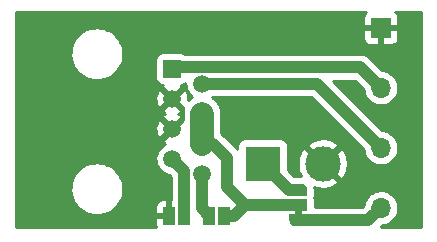
<source format=gbr>
G04 #@! TF.GenerationSoftware,KiCad,Pcbnew,5.99.0-unknown-48ae188~86~ubuntu18.04.1*
G04 #@! TF.CreationDate,2020-01-28T17:25:18+02:00*
G04 #@! TF.ProjectId,adapter,61646170-7465-4722-9e6b-696361645f70,rev?*
G04 #@! TF.SameCoordinates,Original*
G04 #@! TF.FileFunction,Copper,L2,Bot*
G04 #@! TF.FilePolarity,Positive*
%FSLAX46Y46*%
G04 Gerber Fmt 4.6, Leading zero omitted, Abs format (unit mm)*
G04 Created by KiCad (PCBNEW 5.99.0-unknown-48ae188~86~ubuntu18.04.1) date 2020-01-28 17:25:18*
%MOMM*%
%LPD*%
G04 APERTURE LIST*
%ADD10R,1.700000X1.700000*%
%ADD11O,1.700000X1.700000*%
%ADD12R,1.500000X1.000000*%
%ADD13R,1.000000X1.500000*%
%ADD14R,3.000000X3.000000*%
%ADD15C,3.000000*%
%ADD16C,1.500000*%
%ADD17R,1.500000X1.500000*%
%ADD18C,2.000000*%
%ADD19C,1.000000*%
%ADD20C,0.254000*%
G04 APERTURE END LIST*
G36*
X74800000Y-57900000D02*
G01*
X74200000Y-57900000D01*
X74200000Y-57400000D01*
X74800000Y-57400000D01*
X74800000Y-57900000D01*
G37*
D10*
X81500000Y-42000000D03*
D11*
X81500000Y-47080000D03*
X81500000Y-52160000D03*
X81500000Y-57240000D03*
G04 #@! TA.AperFunction,SMDPad,CuDef*
G36*
X73750000Y-58262576D02*
G01*
X73750000Y-57750000D01*
X75250000Y-57750000D01*
X75250000Y-58268665D01*
X75255056Y-58309257D01*
X75232158Y-58450637D01*
X75170499Y-58579908D01*
X75075036Y-58686677D01*
X74953444Y-58762361D01*
X74815496Y-58800877D01*
X74743726Y-58800000D01*
X74318638Y-58800000D01*
X74315497Y-58800877D01*
X74172285Y-58799127D01*
X74035320Y-58757253D01*
X73915614Y-58678619D01*
X73822788Y-58569550D01*
X73764306Y-58438811D01*
X73744868Y-58296914D01*
X73750000Y-58262576D01*
G37*
G04 #@! TD.AperFunction*
D12*
X74500000Y-57000000D03*
G04 #@! TA.AperFunction,SMDPad,CuDef*
G36*
X73766038Y-55555265D02*
G01*
X73826113Y-55425250D01*
X73920264Y-55317323D01*
X74040923Y-55240159D01*
X74178390Y-55199961D01*
X74250001Y-55200836D01*
X74250001Y-55200000D01*
X74678256Y-55200000D01*
X74678389Y-55199961D01*
X74681581Y-55200000D01*
X74750000Y-55200000D01*
X74750000Y-55200836D01*
X74833807Y-55201860D01*
X74970250Y-55245404D01*
X75088987Y-55325494D01*
X75180473Y-55435690D01*
X75237354Y-55567133D01*
X75255056Y-55709257D01*
X75250000Y-55740474D01*
X75250000Y-56250000D01*
X73750000Y-56250000D01*
X73750000Y-55734377D01*
X73744868Y-55696914D01*
X73766038Y-55555265D01*
G37*
G04 #@! TD.AperFunction*
D13*
X64850000Y-57900000D03*
X63550000Y-57900000D03*
X66950000Y-57900000D03*
X68250000Y-57900000D03*
D14*
X71500000Y-53500000D03*
D15*
X76580000Y-53500000D03*
D16*
X66345000Y-54360000D03*
X63805000Y-53090000D03*
X66345000Y-51820000D03*
X63805000Y-50550000D03*
X66345000Y-49280000D03*
X63805000Y-48010000D03*
X66345000Y-46740000D03*
D17*
X63805000Y-45470000D03*
D18*
X66345000Y-49280000D02*
X66345000Y-51820000D01*
D19*
X73700000Y-55700000D02*
X71500000Y-53500000D01*
X74500000Y-55700000D02*
X73700000Y-55700000D01*
X74500000Y-57000000D02*
X70000000Y-57000000D01*
X70000000Y-57000000D02*
X68500000Y-55500000D01*
X68500000Y-55500000D02*
X68500000Y-53000000D01*
X67320000Y-51820000D02*
X66345000Y-51820000D01*
X68500000Y-53000000D02*
X67320000Y-51820000D01*
X76080000Y-46740000D02*
X66345000Y-46740000D01*
X81500000Y-52160000D02*
X76080000Y-46740000D01*
X63935001Y-45339999D02*
X63805000Y-45470000D01*
X79759999Y-45339999D02*
X63935001Y-45339999D01*
X81500000Y-47080000D02*
X79759999Y-45339999D01*
X80440000Y-58300000D02*
X81500000Y-57240000D01*
X74500000Y-58300000D02*
X80440000Y-58300000D01*
X64850000Y-54135000D02*
X64850000Y-57900000D01*
X63805000Y-53090000D02*
X64850000Y-54135000D01*
X66345000Y-57295000D02*
X66950000Y-57900000D01*
X66345000Y-54360000D02*
X66345000Y-57295000D01*
X69100000Y-57900000D02*
X70000000Y-57000000D01*
X68250000Y-57900000D02*
X69100000Y-57900000D01*
G36*
X80165410Y-40728990D02*
G01*
X80151239Y-40745879D01*
X80050641Y-40920120D01*
X80043100Y-40940837D01*
X80009122Y-41133538D01*
X80008163Y-41144499D01*
X80008163Y-41798191D01*
X80081972Y-41872000D01*
X82918028Y-41872000D01*
X82991837Y-41798191D01*
X82991837Y-41141742D01*
X82989681Y-41125366D01*
X82914863Y-40846142D01*
X82902120Y-40821662D01*
X82771010Y-40665410D01*
X82754121Y-40651239D01*
X82724262Y-40634000D01*
X84866000Y-40634000D01*
X84866001Y-58866000D01*
X81480545Y-58866000D01*
X81625441Y-58721104D01*
X81661956Y-58720084D01*
X81672561Y-58718885D01*
X81909019Y-58671636D01*
X81919270Y-58668667D01*
X82144387Y-58582253D01*
X82153991Y-58577600D01*
X82361330Y-58454491D01*
X82370012Y-58448286D01*
X82553645Y-58292004D01*
X82561158Y-58284424D01*
X82715833Y-58099435D01*
X82721962Y-58090698D01*
X82843256Y-57882294D01*
X82847825Y-57872650D01*
X82932272Y-57646787D01*
X82935151Y-57636511D01*
X82980392Y-57399351D01*
X82981507Y-57388128D01*
X82984077Y-57120341D01*
X82983178Y-57109099D01*
X82942499Y-56871114D01*
X82939817Y-56860784D01*
X82859723Y-56633343D01*
X82855339Y-56623612D01*
X82738067Y-56412916D01*
X82732107Y-56404064D01*
X82581013Y-56216140D01*
X82573647Y-56208417D01*
X82393049Y-56048638D01*
X82384486Y-56042267D01*
X82179549Y-55915202D01*
X82170036Y-55910365D01*
X81946619Y-55819645D01*
X81936427Y-55816480D01*
X81700919Y-55764700D01*
X81690340Y-55763298D01*
X81449475Y-55751939D01*
X81438809Y-55752339D01*
X81199474Y-55781727D01*
X81189030Y-55783918D01*
X80958068Y-55853210D01*
X80948142Y-55857130D01*
X80732155Y-55964346D01*
X80723032Y-55969882D01*
X80528199Y-56111957D01*
X80520138Y-56118952D01*
X80352029Y-56291822D01*
X80345263Y-56300074D01*
X80208683Y-56498798D01*
X80203403Y-56508073D01*
X80102260Y-56726968D01*
X80098618Y-56737000D01*
X80035802Y-56969807D01*
X80033903Y-56980309D01*
X80021455Y-57112000D01*
X79969455Y-57164000D01*
X75891837Y-57164000D01*
X75891837Y-56491741D01*
X75889681Y-56475365D01*
X75869140Y-56398704D01*
X75888582Y-56263477D01*
X75889224Y-56254500D01*
X75889224Y-55708139D01*
X75890406Y-55643653D01*
X75889933Y-55634700D01*
X75875256Y-55516858D01*
X75914858Y-55532858D01*
X75923228Y-55535578D01*
X76204250Y-55605644D01*
X76212916Y-55607172D01*
X76500956Y-55637447D01*
X76509751Y-55637754D01*
X76799201Y-55627646D01*
X76807953Y-55626726D01*
X77093178Y-55576433D01*
X77101716Y-55574304D01*
X77377168Y-55484804D01*
X77385327Y-55481508D01*
X77645641Y-55354544D01*
X77653262Y-55350144D01*
X77931653Y-55162367D01*
X77943045Y-55044064D01*
X76346790Y-53447809D01*
X76813210Y-53447809D01*
X76813210Y-53552191D01*
X78119294Y-54858275D01*
X78230071Y-54853438D01*
X78307823Y-54760775D01*
X78312996Y-54753656D01*
X78466474Y-54508039D01*
X78470605Y-54500269D01*
X78588406Y-54235682D01*
X78591416Y-54227413D01*
X78671248Y-53949007D01*
X78673077Y-53940399D01*
X78713386Y-53653592D01*
X78714000Y-53644813D01*
X78714000Y-53355187D01*
X78713386Y-53346408D01*
X78673077Y-53059601D01*
X78671248Y-53050993D01*
X78591416Y-52772587D01*
X78588406Y-52764318D01*
X78470605Y-52499731D01*
X78466474Y-52491961D01*
X78312996Y-52246344D01*
X78307823Y-52239225D01*
X78230071Y-52146562D01*
X78119294Y-52141725D01*
X76813210Y-53447809D01*
X76346790Y-53447809D01*
X75039295Y-52140314D01*
X74923480Y-52149429D01*
X74768439Y-52362822D01*
X74763775Y-52370286D01*
X74627805Y-52626011D01*
X74624226Y-52634050D01*
X74525167Y-52906209D01*
X74522741Y-52914668D01*
X74462525Y-53197965D01*
X74461300Y-53206680D01*
X74441097Y-53495600D01*
X74441097Y-53504400D01*
X74461300Y-53793320D01*
X74462525Y-53802035D01*
X74522741Y-54085332D01*
X74525167Y-54093791D01*
X74624226Y-54365950D01*
X74627805Y-54373989D01*
X74727120Y-54560776D01*
X74685536Y-54560776D01*
X74681340Y-54560725D01*
X74680555Y-54560776D01*
X74243248Y-54560776D01*
X74237360Y-54561409D01*
X74181526Y-54560727D01*
X74172193Y-54561306D01*
X74168375Y-54561829D01*
X73641837Y-54035291D01*
X73641837Y-51991742D01*
X73639681Y-51975366D01*
X73635799Y-51960876D01*
X75221895Y-51960876D01*
X76527809Y-53266790D01*
X76632191Y-53266790D01*
X77943045Y-51955936D01*
X77931653Y-51837633D01*
X77653262Y-51649856D01*
X77645641Y-51645456D01*
X77385327Y-51518492D01*
X77377168Y-51515196D01*
X77101716Y-51425696D01*
X77093178Y-51423567D01*
X76807953Y-51373274D01*
X76799201Y-51372354D01*
X76509751Y-51362246D01*
X76500956Y-51362553D01*
X76212916Y-51392828D01*
X76204250Y-51394356D01*
X75923228Y-51464422D01*
X75914858Y-51467142D01*
X75646321Y-51575638D01*
X75638411Y-51579496D01*
X75387588Y-51724309D01*
X75380293Y-51729230D01*
X75228825Y-51847570D01*
X75221895Y-51960876D01*
X73635799Y-51960876D01*
X73564863Y-51696142D01*
X73552120Y-51671662D01*
X73421010Y-51515410D01*
X73404121Y-51501239D01*
X73229880Y-51400641D01*
X73209163Y-51393100D01*
X73016462Y-51359122D01*
X73005501Y-51358163D01*
X69991742Y-51358163D01*
X69975366Y-51360319D01*
X69696142Y-51435137D01*
X69671662Y-51447880D01*
X69515410Y-51578990D01*
X69501239Y-51595879D01*
X69400641Y-51770120D01*
X69393100Y-51790837D01*
X69359122Y-51983538D01*
X69358163Y-51994499D01*
X69358163Y-52244379D01*
X69352668Y-52238146D01*
X69279514Y-52172968D01*
X68151147Y-51044602D01*
X68090741Y-50975357D01*
X68079451Y-50965192D01*
X67997564Y-50907641D01*
X67981000Y-50894653D01*
X67981000Y-49202409D01*
X67980699Y-49196257D01*
X67958206Y-48966858D01*
X67955812Y-48954768D01*
X67866660Y-48659483D01*
X67861963Y-48648088D01*
X67717154Y-48375742D01*
X67710334Y-48365476D01*
X67515384Y-48126443D01*
X67506700Y-48117697D01*
X67269033Y-47921083D01*
X67258815Y-47914191D01*
X67188182Y-47876000D01*
X75609455Y-47876000D01*
X80021403Y-52287949D01*
X80029188Y-52391497D01*
X80030885Y-52402034D01*
X80089221Y-52636005D01*
X80092669Y-52646104D01*
X80189591Y-52866900D01*
X80194692Y-52876275D01*
X80327430Y-53077584D01*
X80334038Y-53085965D01*
X80498798Y-53262032D01*
X80506722Y-53269180D01*
X80698792Y-53414968D01*
X80707808Y-53420679D01*
X80921696Y-53532021D01*
X80931545Y-53536131D01*
X81161134Y-53609844D01*
X81171535Y-53612236D01*
X81410262Y-53646212D01*
X81420917Y-53646817D01*
X81661956Y-53640084D01*
X81672561Y-53638885D01*
X81909019Y-53591636D01*
X81919270Y-53588667D01*
X82144387Y-53502253D01*
X82153991Y-53497600D01*
X82361330Y-53374491D01*
X82370012Y-53368286D01*
X82553645Y-53212004D01*
X82561158Y-53204424D01*
X82715833Y-53019435D01*
X82721962Y-53010698D01*
X82843256Y-52802294D01*
X82847825Y-52792650D01*
X82932272Y-52566787D01*
X82935151Y-52556511D01*
X82980392Y-52319351D01*
X82981507Y-52308128D01*
X82984077Y-52040341D01*
X82983178Y-52029099D01*
X82942499Y-51791114D01*
X82939817Y-51780784D01*
X82859723Y-51553343D01*
X82855339Y-51543612D01*
X82738067Y-51332916D01*
X82732107Y-51324064D01*
X82581013Y-51136140D01*
X82573647Y-51128417D01*
X82393049Y-50968638D01*
X82384486Y-50962267D01*
X82179549Y-50835202D01*
X82170036Y-50830365D01*
X81946619Y-50739645D01*
X81936427Y-50736480D01*
X81700919Y-50684700D01*
X81690340Y-50683298D01*
X81626850Y-50680304D01*
X77422544Y-46475999D01*
X79289454Y-46475999D01*
X80021403Y-47207948D01*
X80029188Y-47311497D01*
X80030885Y-47322034D01*
X80089221Y-47556005D01*
X80092669Y-47566104D01*
X80189591Y-47786900D01*
X80194692Y-47796275D01*
X80327430Y-47997584D01*
X80334038Y-48005965D01*
X80498798Y-48182032D01*
X80506722Y-48189180D01*
X80698792Y-48334968D01*
X80707808Y-48340679D01*
X80921696Y-48452021D01*
X80931545Y-48456131D01*
X81161134Y-48529844D01*
X81171535Y-48532236D01*
X81410262Y-48566212D01*
X81420917Y-48566817D01*
X81661956Y-48560084D01*
X81672561Y-48558885D01*
X81909019Y-48511636D01*
X81919270Y-48508667D01*
X82144387Y-48422253D01*
X82153991Y-48417600D01*
X82361330Y-48294491D01*
X82370012Y-48288286D01*
X82553645Y-48132004D01*
X82561158Y-48124424D01*
X82715833Y-47939435D01*
X82721962Y-47930698D01*
X82843256Y-47722294D01*
X82847825Y-47712650D01*
X82932272Y-47486787D01*
X82935151Y-47476511D01*
X82980392Y-47239351D01*
X82981507Y-47228128D01*
X82984077Y-46960341D01*
X82983178Y-46949099D01*
X82942499Y-46711114D01*
X82939817Y-46700784D01*
X82859723Y-46473343D01*
X82855339Y-46463612D01*
X82738067Y-46252916D01*
X82732107Y-46244064D01*
X82581013Y-46056140D01*
X82573647Y-46048417D01*
X82393049Y-45888638D01*
X82384486Y-45882267D01*
X82179549Y-45755202D01*
X82170036Y-45750365D01*
X81946619Y-45659645D01*
X81936427Y-45656480D01*
X81700919Y-45604700D01*
X81690340Y-45603298D01*
X81626849Y-45600304D01*
X80591146Y-44564601D01*
X80530740Y-44495356D01*
X80519450Y-44485191D01*
X80437553Y-44427634D01*
X80358817Y-44365896D01*
X80345821Y-44358026D01*
X80325381Y-44348797D01*
X80307018Y-44335891D01*
X80293629Y-44328711D01*
X80200369Y-44292351D01*
X80109174Y-44251175D01*
X80094677Y-44246632D01*
X80072623Y-44242545D01*
X80051559Y-44234332D01*
X80036513Y-44230511D01*
X79946001Y-44219077D01*
X79839376Y-44199315D01*
X79824214Y-44198361D01*
X79726428Y-44203999D01*
X64929261Y-44203999D01*
X64784880Y-44120641D01*
X64764163Y-44113100D01*
X64571462Y-44079122D01*
X64560501Y-44078163D01*
X63046742Y-44078163D01*
X63030366Y-44080319D01*
X62751142Y-44155137D01*
X62726662Y-44167880D01*
X62570410Y-44298990D01*
X62556239Y-44315879D01*
X62455641Y-44490120D01*
X62448100Y-44510837D01*
X62414122Y-44703538D01*
X62413163Y-44714499D01*
X62413163Y-46228258D01*
X62415319Y-46244634D01*
X62490137Y-46523859D01*
X62502880Y-46548339D01*
X62633990Y-46704590D01*
X62650879Y-46718761D01*
X62825120Y-46819359D01*
X62845837Y-46826900D01*
X63033927Y-46860065D01*
X62994599Y-46885023D01*
X62981321Y-47005301D01*
X63752809Y-47776790D01*
X63857191Y-47776790D01*
X64633211Y-47000770D01*
X64615469Y-46876109D01*
X64583636Y-46858609D01*
X64858859Y-46784863D01*
X64883339Y-46772120D01*
X64956346Y-46710860D01*
X64971050Y-46944567D01*
X64972748Y-46955661D01*
X65028991Y-47184640D01*
X65032626Y-47195257D01*
X65128528Y-47410657D01*
X65133986Y-47420463D01*
X65266517Y-47615477D01*
X65273625Y-47624161D01*
X65438595Y-47792624D01*
X65447129Y-47799912D01*
X65530905Y-47859448D01*
X65450343Y-47901565D01*
X65440029Y-47908314D01*
X65199642Y-48101591D01*
X65190836Y-48110214D01*
X65183328Y-48119162D01*
X65189209Y-47894582D01*
X65188233Y-47881742D01*
X65146332Y-47648870D01*
X65143371Y-47638045D01*
X65061183Y-47417049D01*
X65056351Y-47406919D01*
X64933977Y-47199995D01*
X64811497Y-47184522D01*
X64038210Y-47957809D01*
X64038210Y-48062191D01*
X64779692Y-48803673D01*
X64738819Y-48932521D01*
X64736208Y-48945016D01*
X64709345Y-49200600D01*
X64709000Y-49207190D01*
X64709000Y-49827020D01*
X62982297Y-51553722D01*
X62992085Y-51670286D01*
X63099323Y-51746497D01*
X63109013Y-51752160D01*
X63253515Y-51820157D01*
X63172883Y-51853063D01*
X63162911Y-51858210D01*
X62963831Y-51984549D01*
X62954927Y-51991382D01*
X62781367Y-52150979D01*
X62773814Y-52159280D01*
X62631259Y-52347089D01*
X62625295Y-52356596D01*
X62518251Y-52566682D01*
X62514065Y-52577095D01*
X62445915Y-52802817D01*
X62443639Y-52813807D01*
X62416539Y-53048028D01*
X62416245Y-53059247D01*
X62431050Y-53294567D01*
X62432748Y-53305661D01*
X62488991Y-53534640D01*
X62492626Y-53545257D01*
X62588528Y-53760657D01*
X62593986Y-53770463D01*
X62726517Y-53965477D01*
X62733625Y-53974161D01*
X62898595Y-54142624D01*
X62907129Y-54149912D01*
X63099324Y-54286498D01*
X63109013Y-54292160D01*
X63322358Y-54392552D01*
X63332897Y-54396409D01*
X63560648Y-54457435D01*
X63566998Y-54458543D01*
X63714000Y-54605545D01*
X63714001Y-56545971D01*
X63678000Y-56581972D01*
X63677999Y-57698192D01*
X63678000Y-57698193D01*
X63677999Y-58028000D01*
X62481972Y-58027999D01*
X62408163Y-58101808D01*
X62408163Y-58658258D01*
X62410319Y-58674634D01*
X62461595Y-58866000D01*
X50634000Y-58866000D01*
X50634000Y-55754598D01*
X55219541Y-55754598D01*
X55220035Y-55763164D01*
X55257133Y-56056832D01*
X55258785Y-56065252D01*
X55335397Y-56351168D01*
X55338176Y-56359285D01*
X55452881Y-56632159D01*
X55456736Y-56639824D01*
X55607413Y-56894606D01*
X55612273Y-56901677D01*
X55796134Y-57133652D01*
X55801909Y-57139998D01*
X56015551Y-57344873D01*
X56022133Y-57350377D01*
X56261605Y-57524363D01*
X56268873Y-57528922D01*
X56529740Y-57668798D01*
X56537560Y-57672329D01*
X56814998Y-57775507D01*
X56823224Y-57777944D01*
X57112098Y-57842514D01*
X57120579Y-57843812D01*
X57415543Y-57868581D01*
X57424122Y-57868716D01*
X57719718Y-57853225D01*
X57728236Y-57852194D01*
X58018996Y-57796728D01*
X58027295Y-57794551D01*
X58307836Y-57700138D01*
X58315762Y-57696855D01*
X58580895Y-57565242D01*
X58588303Y-57560914D01*
X58833121Y-57394536D01*
X58839873Y-57389242D01*
X59059846Y-57191178D01*
X59065816Y-57185016D01*
X59100055Y-57144499D01*
X62408163Y-57144499D01*
X62408163Y-57698191D01*
X62481972Y-57772000D01*
X63348191Y-57772001D01*
X63422000Y-57698192D01*
X63422001Y-56581972D01*
X63348192Y-56508163D01*
X63041742Y-56508163D01*
X63025366Y-56510319D01*
X62746142Y-56585137D01*
X62721662Y-56597880D01*
X62565410Y-56728990D01*
X62551239Y-56745879D01*
X62450641Y-56920120D01*
X62443100Y-56940837D01*
X62409122Y-57133538D01*
X62408163Y-57144499D01*
X59100055Y-57144499D01*
X59256873Y-56958930D01*
X59261953Y-56952015D01*
X59420559Y-56702093D01*
X59424653Y-56694553D01*
X59547873Y-56425417D01*
X59550905Y-56417391D01*
X59636459Y-56134022D01*
X59638375Y-56125659D01*
X59684731Y-55832974D01*
X59685505Y-55823766D01*
X59689073Y-55482988D01*
X59688493Y-55473766D01*
X59648276Y-55180176D01*
X59646536Y-55171774D01*
X59566936Y-54886675D01*
X59564072Y-54878588D01*
X59446515Y-54606930D01*
X59442580Y-54599306D01*
X59289243Y-54346116D01*
X59284309Y-54339096D01*
X59098029Y-54109060D01*
X59092188Y-54102775D01*
X58876412Y-53900147D01*
X58869772Y-53894713D01*
X58628493Y-53723244D01*
X58621177Y-53718761D01*
X58358859Y-53581625D01*
X58351003Y-53578176D01*
X58072500Y-53477909D01*
X58064248Y-53475558D01*
X57774715Y-53414016D01*
X57766220Y-53412807D01*
X57471013Y-53391128D01*
X57462433Y-53391083D01*
X57167015Y-53409669D01*
X57158508Y-53410789D01*
X56868346Y-53469297D01*
X56860070Y-53471561D01*
X56580533Y-53568905D01*
X56572641Y-53572272D01*
X56308901Y-53706654D01*
X56301539Y-53711060D01*
X56058476Y-53879992D01*
X56051781Y-53885357D01*
X55833894Y-54085713D01*
X55827988Y-54091937D01*
X55639309Y-54320011D01*
X55634302Y-54326979D01*
X55478323Y-54578549D01*
X55474308Y-54586131D01*
X55353912Y-54856543D01*
X55350964Y-54864601D01*
X55268382Y-55148850D01*
X55266554Y-55157233D01*
X55223313Y-55450059D01*
X55222640Y-55458613D01*
X55219541Y-55754598D01*
X50634000Y-55754598D01*
X50634000Y-50519247D01*
X62416245Y-50519247D01*
X62431050Y-50754567D01*
X62432748Y-50765661D01*
X62488991Y-50994640D01*
X62492626Y-51005257D01*
X62588528Y-51220657D01*
X62593986Y-51230464D01*
X62683131Y-51361635D01*
X62801186Y-51372794D01*
X63571790Y-50602191D01*
X63571790Y-50497809D01*
X62800677Y-49726696D01*
X62686365Y-49734489D01*
X62631259Y-49807089D01*
X62625295Y-49816596D01*
X62518251Y-50026682D01*
X62514065Y-50037095D01*
X62445915Y-50262817D01*
X62443639Y-50273807D01*
X62416539Y-50508028D01*
X62416245Y-50519247D01*
X50634000Y-50519247D01*
X50634000Y-49545301D01*
X62981321Y-49545301D01*
X63752809Y-50316790D01*
X63857191Y-50316790D01*
X64633211Y-49540770D01*
X64615469Y-49416109D01*
X64368478Y-49280323D01*
X64362630Y-49277756D01*
X64513537Y-49204806D01*
X64523167Y-49199043D01*
X64618691Y-49129641D01*
X64627806Y-49013825D01*
X63857191Y-48243210D01*
X63752809Y-48243210D01*
X62982297Y-49013722D01*
X62992085Y-49130286D01*
X63099323Y-49206497D01*
X63109013Y-49212160D01*
X63253515Y-49280157D01*
X63172883Y-49313063D01*
X63162911Y-49318210D01*
X62994599Y-49425023D01*
X62981321Y-49545301D01*
X50634000Y-49545301D01*
X50634000Y-47979247D01*
X62416245Y-47979247D01*
X62431050Y-48214567D01*
X62432748Y-48225661D01*
X62488991Y-48454640D01*
X62492626Y-48465257D01*
X62588528Y-48680657D01*
X62593986Y-48690464D01*
X62683131Y-48821635D01*
X62801186Y-48832794D01*
X63571790Y-48062191D01*
X63571790Y-47957809D01*
X62800677Y-47186696D01*
X62686365Y-47194489D01*
X62631259Y-47267089D01*
X62625295Y-47276596D01*
X62518251Y-47486682D01*
X62514065Y-47497095D01*
X62445915Y-47722817D01*
X62443639Y-47733807D01*
X62416539Y-47968028D01*
X62416245Y-47979247D01*
X50634000Y-47979247D01*
X50634000Y-44324598D01*
X55219541Y-44324598D01*
X55220035Y-44333164D01*
X55257133Y-44626832D01*
X55258785Y-44635252D01*
X55335397Y-44921168D01*
X55338176Y-44929285D01*
X55452881Y-45202159D01*
X55456736Y-45209824D01*
X55607413Y-45464606D01*
X55612273Y-45471677D01*
X55796134Y-45703652D01*
X55801909Y-45709998D01*
X56015551Y-45914873D01*
X56022133Y-45920377D01*
X56261605Y-46094363D01*
X56268873Y-46098922D01*
X56529740Y-46238798D01*
X56537560Y-46242329D01*
X56814998Y-46345507D01*
X56823224Y-46347944D01*
X57112098Y-46412514D01*
X57120579Y-46413812D01*
X57415543Y-46438581D01*
X57424122Y-46438716D01*
X57719718Y-46423225D01*
X57728236Y-46422194D01*
X58018996Y-46366728D01*
X58027295Y-46364551D01*
X58307836Y-46270138D01*
X58315762Y-46266855D01*
X58580895Y-46135242D01*
X58588303Y-46130914D01*
X58833121Y-45964536D01*
X58839873Y-45959242D01*
X59059846Y-45761178D01*
X59065816Y-45755016D01*
X59256873Y-45528930D01*
X59261953Y-45522015D01*
X59420559Y-45272093D01*
X59424653Y-45264553D01*
X59547873Y-44995417D01*
X59550905Y-44987391D01*
X59636459Y-44704022D01*
X59638375Y-44695659D01*
X59684731Y-44402974D01*
X59685505Y-44393766D01*
X59689073Y-44052988D01*
X59688493Y-44043766D01*
X59648276Y-43750176D01*
X59646536Y-43741774D01*
X59566936Y-43456675D01*
X59564072Y-43448588D01*
X59446515Y-43176930D01*
X59442580Y-43169306D01*
X59289243Y-42916116D01*
X59284309Y-42909096D01*
X59098029Y-42679060D01*
X59092188Y-42672775D01*
X58876412Y-42470147D01*
X58869772Y-42464713D01*
X58628493Y-42293244D01*
X58621177Y-42288761D01*
X58454853Y-42201809D01*
X80008163Y-42201809D01*
X80008163Y-42858258D01*
X80010319Y-42874634D01*
X80085137Y-43153859D01*
X80097880Y-43178339D01*
X80228990Y-43334590D01*
X80245879Y-43348761D01*
X80420120Y-43449359D01*
X80440837Y-43456900D01*
X80633538Y-43490878D01*
X80644499Y-43491837D01*
X81298191Y-43491837D01*
X81372000Y-43418028D01*
X81372000Y-42201809D01*
X81628000Y-42201809D01*
X81628000Y-43418028D01*
X81701809Y-43491837D01*
X82358258Y-43491837D01*
X82374634Y-43489681D01*
X82653859Y-43414863D01*
X82678339Y-43402120D01*
X82834590Y-43271010D01*
X82848761Y-43254121D01*
X82949359Y-43079880D01*
X82956900Y-43059163D01*
X82990878Y-42866462D01*
X82991837Y-42855501D01*
X82991837Y-42201809D01*
X82918028Y-42128000D01*
X81701809Y-42128000D01*
X81628000Y-42201809D01*
X81372000Y-42201809D01*
X81298191Y-42128000D01*
X80081972Y-42128000D01*
X80008163Y-42201809D01*
X58454853Y-42201809D01*
X58358859Y-42151625D01*
X58351003Y-42148176D01*
X58072500Y-42047909D01*
X58064248Y-42045558D01*
X57774715Y-41984016D01*
X57766220Y-41982807D01*
X57471013Y-41961128D01*
X57462433Y-41961083D01*
X57167015Y-41979669D01*
X57158508Y-41980789D01*
X56868346Y-42039297D01*
X56860070Y-42041561D01*
X56580533Y-42138905D01*
X56572641Y-42142272D01*
X56308901Y-42276654D01*
X56301539Y-42281060D01*
X56058476Y-42449992D01*
X56051781Y-42455357D01*
X55833894Y-42655713D01*
X55827988Y-42661937D01*
X55639309Y-42890011D01*
X55634302Y-42896979D01*
X55478323Y-43148549D01*
X55474308Y-43156131D01*
X55353912Y-43426543D01*
X55350964Y-43434601D01*
X55268382Y-43718850D01*
X55266554Y-43727233D01*
X55223313Y-44020059D01*
X55222640Y-44028613D01*
X55219541Y-44324598D01*
X50634000Y-44324598D01*
X50634000Y-40634000D01*
X80278616Y-40634000D01*
X80165410Y-40728990D01*
G37*
D20*
X80165410Y-40728990D02*
X80151239Y-40745879D01*
X80050641Y-40920120D01*
X80043100Y-40940837D01*
X80009122Y-41133538D01*
X80008163Y-41144499D01*
X80008163Y-41798191D01*
X80081972Y-41872000D01*
X82918028Y-41872000D01*
X82991837Y-41798191D01*
X82991837Y-41141742D01*
X82989681Y-41125366D01*
X82914863Y-40846142D01*
X82902120Y-40821662D01*
X82771010Y-40665410D01*
X82754121Y-40651239D01*
X82724262Y-40634000D01*
X84866000Y-40634000D01*
X84866001Y-58866000D01*
X81480545Y-58866000D01*
X81625441Y-58721104D01*
X81661956Y-58720084D01*
X81672561Y-58718885D01*
X81909019Y-58671636D01*
X81919270Y-58668667D01*
X82144387Y-58582253D01*
X82153991Y-58577600D01*
X82361330Y-58454491D01*
X82370012Y-58448286D01*
X82553645Y-58292004D01*
X82561158Y-58284424D01*
X82715833Y-58099435D01*
X82721962Y-58090698D01*
X82843256Y-57882294D01*
X82847825Y-57872650D01*
X82932272Y-57646787D01*
X82935151Y-57636511D01*
X82980392Y-57399351D01*
X82981507Y-57388128D01*
X82984077Y-57120341D01*
X82983178Y-57109099D01*
X82942499Y-56871114D01*
X82939817Y-56860784D01*
X82859723Y-56633343D01*
X82855339Y-56623612D01*
X82738067Y-56412916D01*
X82732107Y-56404064D01*
X82581013Y-56216140D01*
X82573647Y-56208417D01*
X82393049Y-56048638D01*
X82384486Y-56042267D01*
X82179549Y-55915202D01*
X82170036Y-55910365D01*
X81946619Y-55819645D01*
X81936427Y-55816480D01*
X81700919Y-55764700D01*
X81690340Y-55763298D01*
X81449475Y-55751939D01*
X81438809Y-55752339D01*
X81199474Y-55781727D01*
X81189030Y-55783918D01*
X80958068Y-55853210D01*
X80948142Y-55857130D01*
X80732155Y-55964346D01*
X80723032Y-55969882D01*
X80528199Y-56111957D01*
X80520138Y-56118952D01*
X80352029Y-56291822D01*
X80345263Y-56300074D01*
X80208683Y-56498798D01*
X80203403Y-56508073D01*
X80102260Y-56726968D01*
X80098618Y-56737000D01*
X80035802Y-56969807D01*
X80033903Y-56980309D01*
X80021455Y-57112000D01*
X79969455Y-57164000D01*
X75891837Y-57164000D01*
X75891837Y-56491741D01*
X75889681Y-56475365D01*
X75869140Y-56398704D01*
X75888582Y-56263477D01*
X75889224Y-56254500D01*
X75889224Y-55708139D01*
X75890406Y-55643653D01*
X75889933Y-55634700D01*
X75875256Y-55516858D01*
X75914858Y-55532858D01*
X75923228Y-55535578D01*
X76204250Y-55605644D01*
X76212916Y-55607172D01*
X76500956Y-55637447D01*
X76509751Y-55637754D01*
X76799201Y-55627646D01*
X76807953Y-55626726D01*
X77093178Y-55576433D01*
X77101716Y-55574304D01*
X77377168Y-55484804D01*
X77385327Y-55481508D01*
X77645641Y-55354544D01*
X77653262Y-55350144D01*
X77931653Y-55162367D01*
X77943045Y-55044064D01*
X76346790Y-53447809D01*
X76813210Y-53447809D01*
X76813210Y-53552191D01*
X78119294Y-54858275D01*
X78230071Y-54853438D01*
X78307823Y-54760775D01*
X78312996Y-54753656D01*
X78466474Y-54508039D01*
X78470605Y-54500269D01*
X78588406Y-54235682D01*
X78591416Y-54227413D01*
X78671248Y-53949007D01*
X78673077Y-53940399D01*
X78713386Y-53653592D01*
X78714000Y-53644813D01*
X78714000Y-53355187D01*
X78713386Y-53346408D01*
X78673077Y-53059601D01*
X78671248Y-53050993D01*
X78591416Y-52772587D01*
X78588406Y-52764318D01*
X78470605Y-52499731D01*
X78466474Y-52491961D01*
X78312996Y-52246344D01*
X78307823Y-52239225D01*
X78230071Y-52146562D01*
X78119294Y-52141725D01*
X76813210Y-53447809D01*
X76346790Y-53447809D01*
X75039295Y-52140314D01*
X74923480Y-52149429D01*
X74768439Y-52362822D01*
X74763775Y-52370286D01*
X74627805Y-52626011D01*
X74624226Y-52634050D01*
X74525167Y-52906209D01*
X74522741Y-52914668D01*
X74462525Y-53197965D01*
X74461300Y-53206680D01*
X74441097Y-53495600D01*
X74441097Y-53504400D01*
X74461300Y-53793320D01*
X74462525Y-53802035D01*
X74522741Y-54085332D01*
X74525167Y-54093791D01*
X74624226Y-54365950D01*
X74627805Y-54373989D01*
X74727120Y-54560776D01*
X74685536Y-54560776D01*
X74681340Y-54560725D01*
X74680555Y-54560776D01*
X74243248Y-54560776D01*
X74237360Y-54561409D01*
X74181526Y-54560727D01*
X74172193Y-54561306D01*
X74168375Y-54561829D01*
X73641837Y-54035291D01*
X73641837Y-51991742D01*
X73639681Y-51975366D01*
X73635799Y-51960876D01*
X75221895Y-51960876D01*
X76527809Y-53266790D01*
X76632191Y-53266790D01*
X77943045Y-51955936D01*
X77931653Y-51837633D01*
X77653262Y-51649856D01*
X77645641Y-51645456D01*
X77385327Y-51518492D01*
X77377168Y-51515196D01*
X77101716Y-51425696D01*
X77093178Y-51423567D01*
X76807953Y-51373274D01*
X76799201Y-51372354D01*
X76509751Y-51362246D01*
X76500956Y-51362553D01*
X76212916Y-51392828D01*
X76204250Y-51394356D01*
X75923228Y-51464422D01*
X75914858Y-51467142D01*
X75646321Y-51575638D01*
X75638411Y-51579496D01*
X75387588Y-51724309D01*
X75380293Y-51729230D01*
X75228825Y-51847570D01*
X75221895Y-51960876D01*
X73635799Y-51960876D01*
X73564863Y-51696142D01*
X73552120Y-51671662D01*
X73421010Y-51515410D01*
X73404121Y-51501239D01*
X73229880Y-51400641D01*
X73209163Y-51393100D01*
X73016462Y-51359122D01*
X73005501Y-51358163D01*
X69991742Y-51358163D01*
X69975366Y-51360319D01*
X69696142Y-51435137D01*
X69671662Y-51447880D01*
X69515410Y-51578990D01*
X69501239Y-51595879D01*
X69400641Y-51770120D01*
X69393100Y-51790837D01*
X69359122Y-51983538D01*
X69358163Y-51994499D01*
X69358163Y-52244379D01*
X69352668Y-52238146D01*
X69279514Y-52172968D01*
X68151147Y-51044602D01*
X68090741Y-50975357D01*
X68079451Y-50965192D01*
X67997564Y-50907641D01*
X67981000Y-50894653D01*
X67981000Y-49202409D01*
X67980699Y-49196257D01*
X67958206Y-48966858D01*
X67955812Y-48954768D01*
X67866660Y-48659483D01*
X67861963Y-48648088D01*
X67717154Y-48375742D01*
X67710334Y-48365476D01*
X67515384Y-48126443D01*
X67506700Y-48117697D01*
X67269033Y-47921083D01*
X67258815Y-47914191D01*
X67188182Y-47876000D01*
X75609455Y-47876000D01*
X80021403Y-52287949D01*
X80029188Y-52391497D01*
X80030885Y-52402034D01*
X80089221Y-52636005D01*
X80092669Y-52646104D01*
X80189591Y-52866900D01*
X80194692Y-52876275D01*
X80327430Y-53077584D01*
X80334038Y-53085965D01*
X80498798Y-53262032D01*
X80506722Y-53269180D01*
X80698792Y-53414968D01*
X80707808Y-53420679D01*
X80921696Y-53532021D01*
X80931545Y-53536131D01*
X81161134Y-53609844D01*
X81171535Y-53612236D01*
X81410262Y-53646212D01*
X81420917Y-53646817D01*
X81661956Y-53640084D01*
X81672561Y-53638885D01*
X81909019Y-53591636D01*
X81919270Y-53588667D01*
X82144387Y-53502253D01*
X82153991Y-53497600D01*
X82361330Y-53374491D01*
X82370012Y-53368286D01*
X82553645Y-53212004D01*
X82561158Y-53204424D01*
X82715833Y-53019435D01*
X82721962Y-53010698D01*
X82843256Y-52802294D01*
X82847825Y-52792650D01*
X82932272Y-52566787D01*
X82935151Y-52556511D01*
X82980392Y-52319351D01*
X82981507Y-52308128D01*
X82984077Y-52040341D01*
X82983178Y-52029099D01*
X82942499Y-51791114D01*
X82939817Y-51780784D01*
X82859723Y-51553343D01*
X82855339Y-51543612D01*
X82738067Y-51332916D01*
X82732107Y-51324064D01*
X82581013Y-51136140D01*
X82573647Y-51128417D01*
X82393049Y-50968638D01*
X82384486Y-50962267D01*
X82179549Y-50835202D01*
X82170036Y-50830365D01*
X81946619Y-50739645D01*
X81936427Y-50736480D01*
X81700919Y-50684700D01*
X81690340Y-50683298D01*
X81626850Y-50680304D01*
X77422544Y-46475999D01*
X79289454Y-46475999D01*
X80021403Y-47207948D01*
X80029188Y-47311497D01*
X80030885Y-47322034D01*
X80089221Y-47556005D01*
X80092669Y-47566104D01*
X80189591Y-47786900D01*
X80194692Y-47796275D01*
X80327430Y-47997584D01*
X80334038Y-48005965D01*
X80498798Y-48182032D01*
X80506722Y-48189180D01*
X80698792Y-48334968D01*
X80707808Y-48340679D01*
X80921696Y-48452021D01*
X80931545Y-48456131D01*
X81161134Y-48529844D01*
X81171535Y-48532236D01*
X81410262Y-48566212D01*
X81420917Y-48566817D01*
X81661956Y-48560084D01*
X81672561Y-48558885D01*
X81909019Y-48511636D01*
X81919270Y-48508667D01*
X82144387Y-48422253D01*
X82153991Y-48417600D01*
X82361330Y-48294491D01*
X82370012Y-48288286D01*
X82553645Y-48132004D01*
X82561158Y-48124424D01*
X82715833Y-47939435D01*
X82721962Y-47930698D01*
X82843256Y-47722294D01*
X82847825Y-47712650D01*
X82932272Y-47486787D01*
X82935151Y-47476511D01*
X82980392Y-47239351D01*
X82981507Y-47228128D01*
X82984077Y-46960341D01*
X82983178Y-46949099D01*
X82942499Y-46711114D01*
X82939817Y-46700784D01*
X82859723Y-46473343D01*
X82855339Y-46463612D01*
X82738067Y-46252916D01*
X82732107Y-46244064D01*
X82581013Y-46056140D01*
X82573647Y-46048417D01*
X82393049Y-45888638D01*
X82384486Y-45882267D01*
X82179549Y-45755202D01*
X82170036Y-45750365D01*
X81946619Y-45659645D01*
X81936427Y-45656480D01*
X81700919Y-45604700D01*
X81690340Y-45603298D01*
X81626849Y-45600304D01*
X80591146Y-44564601D01*
X80530740Y-44495356D01*
X80519450Y-44485191D01*
X80437553Y-44427634D01*
X80358817Y-44365896D01*
X80345821Y-44358026D01*
X80325381Y-44348797D01*
X80307018Y-44335891D01*
X80293629Y-44328711D01*
X80200369Y-44292351D01*
X80109174Y-44251175D01*
X80094677Y-44246632D01*
X80072623Y-44242545D01*
X80051559Y-44234332D01*
X80036513Y-44230511D01*
X79946001Y-44219077D01*
X79839376Y-44199315D01*
X79824214Y-44198361D01*
X79726428Y-44203999D01*
X64929261Y-44203999D01*
X64784880Y-44120641D01*
X64764163Y-44113100D01*
X64571462Y-44079122D01*
X64560501Y-44078163D01*
X63046742Y-44078163D01*
X63030366Y-44080319D01*
X62751142Y-44155137D01*
X62726662Y-44167880D01*
X62570410Y-44298990D01*
X62556239Y-44315879D01*
X62455641Y-44490120D01*
X62448100Y-44510837D01*
X62414122Y-44703538D01*
X62413163Y-44714499D01*
X62413163Y-46228258D01*
X62415319Y-46244634D01*
X62490137Y-46523859D01*
X62502880Y-46548339D01*
X62633990Y-46704590D01*
X62650879Y-46718761D01*
X62825120Y-46819359D01*
X62845837Y-46826900D01*
X63033927Y-46860065D01*
X62994599Y-46885023D01*
X62981321Y-47005301D01*
X63752809Y-47776790D01*
X63857191Y-47776790D01*
X64633211Y-47000770D01*
X64615469Y-46876109D01*
X64583636Y-46858609D01*
X64858859Y-46784863D01*
X64883339Y-46772120D01*
X64956346Y-46710860D01*
X64971050Y-46944567D01*
X64972748Y-46955661D01*
X65028991Y-47184640D01*
X65032626Y-47195257D01*
X65128528Y-47410657D01*
X65133986Y-47420463D01*
X65266517Y-47615477D01*
X65273625Y-47624161D01*
X65438595Y-47792624D01*
X65447129Y-47799912D01*
X65530905Y-47859448D01*
X65450343Y-47901565D01*
X65440029Y-47908314D01*
X65199642Y-48101591D01*
X65190836Y-48110214D01*
X65183328Y-48119162D01*
X65189209Y-47894582D01*
X65188233Y-47881742D01*
X65146332Y-47648870D01*
X65143371Y-47638045D01*
X65061183Y-47417049D01*
X65056351Y-47406919D01*
X64933977Y-47199995D01*
X64811497Y-47184522D01*
X64038210Y-47957809D01*
X64038210Y-48062191D01*
X64779692Y-48803673D01*
X64738819Y-48932521D01*
X64736208Y-48945016D01*
X64709345Y-49200600D01*
X64709000Y-49207190D01*
X64709000Y-49827020D01*
X62982297Y-51553722D01*
X62992085Y-51670286D01*
X63099323Y-51746497D01*
X63109013Y-51752160D01*
X63253515Y-51820157D01*
X63172883Y-51853063D01*
X63162911Y-51858210D01*
X62963831Y-51984549D01*
X62954927Y-51991382D01*
X62781367Y-52150979D01*
X62773814Y-52159280D01*
X62631259Y-52347089D01*
X62625295Y-52356596D01*
X62518251Y-52566682D01*
X62514065Y-52577095D01*
X62445915Y-52802817D01*
X62443639Y-52813807D01*
X62416539Y-53048028D01*
X62416245Y-53059247D01*
X62431050Y-53294567D01*
X62432748Y-53305661D01*
X62488991Y-53534640D01*
X62492626Y-53545257D01*
X62588528Y-53760657D01*
X62593986Y-53770463D01*
X62726517Y-53965477D01*
X62733625Y-53974161D01*
X62898595Y-54142624D01*
X62907129Y-54149912D01*
X63099324Y-54286498D01*
X63109013Y-54292160D01*
X63322358Y-54392552D01*
X63332897Y-54396409D01*
X63560648Y-54457435D01*
X63566998Y-54458543D01*
X63714000Y-54605545D01*
X63714001Y-56545971D01*
X63678000Y-56581972D01*
X63677999Y-57698192D01*
X63678000Y-57698193D01*
X63677999Y-58028000D01*
X62481972Y-58027999D01*
X62408163Y-58101808D01*
X62408163Y-58658258D01*
X62410319Y-58674634D01*
X62461595Y-58866000D01*
X50634000Y-58866000D01*
X50634000Y-55754598D01*
X55219541Y-55754598D01*
X55220035Y-55763164D01*
X55257133Y-56056832D01*
X55258785Y-56065252D01*
X55335397Y-56351168D01*
X55338176Y-56359285D01*
X55452881Y-56632159D01*
X55456736Y-56639824D01*
X55607413Y-56894606D01*
X55612273Y-56901677D01*
X55796134Y-57133652D01*
X55801909Y-57139998D01*
X56015551Y-57344873D01*
X56022133Y-57350377D01*
X56261605Y-57524363D01*
X56268873Y-57528922D01*
X56529740Y-57668798D01*
X56537560Y-57672329D01*
X56814998Y-57775507D01*
X56823224Y-57777944D01*
X57112098Y-57842514D01*
X57120579Y-57843812D01*
X57415543Y-57868581D01*
X57424122Y-57868716D01*
X57719718Y-57853225D01*
X57728236Y-57852194D01*
X58018996Y-57796728D01*
X58027295Y-57794551D01*
X58307836Y-57700138D01*
X58315762Y-57696855D01*
X58580895Y-57565242D01*
X58588303Y-57560914D01*
X58833121Y-57394536D01*
X58839873Y-57389242D01*
X59059846Y-57191178D01*
X59065816Y-57185016D01*
X59100055Y-57144499D01*
X62408163Y-57144499D01*
X62408163Y-57698191D01*
X62481972Y-57772000D01*
X63348191Y-57772001D01*
X63422000Y-57698192D01*
X63422001Y-56581972D01*
X63348192Y-56508163D01*
X63041742Y-56508163D01*
X63025366Y-56510319D01*
X62746142Y-56585137D01*
X62721662Y-56597880D01*
X62565410Y-56728990D01*
X62551239Y-56745879D01*
X62450641Y-56920120D01*
X62443100Y-56940837D01*
X62409122Y-57133538D01*
X62408163Y-57144499D01*
X59100055Y-57144499D01*
X59256873Y-56958930D01*
X59261953Y-56952015D01*
X59420559Y-56702093D01*
X59424653Y-56694553D01*
X59547873Y-56425417D01*
X59550905Y-56417391D01*
X59636459Y-56134022D01*
X59638375Y-56125659D01*
X59684731Y-55832974D01*
X59685505Y-55823766D01*
X59689073Y-55482988D01*
X59688493Y-55473766D01*
X59648276Y-55180176D01*
X59646536Y-55171774D01*
X59566936Y-54886675D01*
X59564072Y-54878588D01*
X59446515Y-54606930D01*
X59442580Y-54599306D01*
X59289243Y-54346116D01*
X59284309Y-54339096D01*
X59098029Y-54109060D01*
X59092188Y-54102775D01*
X58876412Y-53900147D01*
X58869772Y-53894713D01*
X58628493Y-53723244D01*
X58621177Y-53718761D01*
X58358859Y-53581625D01*
X58351003Y-53578176D01*
X58072500Y-53477909D01*
X58064248Y-53475558D01*
X57774715Y-53414016D01*
X57766220Y-53412807D01*
X57471013Y-53391128D01*
X57462433Y-53391083D01*
X57167015Y-53409669D01*
X57158508Y-53410789D01*
X56868346Y-53469297D01*
X56860070Y-53471561D01*
X56580533Y-53568905D01*
X56572641Y-53572272D01*
X56308901Y-53706654D01*
X56301539Y-53711060D01*
X56058476Y-53879992D01*
X56051781Y-53885357D01*
X55833894Y-54085713D01*
X55827988Y-54091937D01*
X55639309Y-54320011D01*
X55634302Y-54326979D01*
X55478323Y-54578549D01*
X55474308Y-54586131D01*
X55353912Y-54856543D01*
X55350964Y-54864601D01*
X55268382Y-55148850D01*
X55266554Y-55157233D01*
X55223313Y-55450059D01*
X55222640Y-55458613D01*
X55219541Y-55754598D01*
X50634000Y-55754598D01*
X50634000Y-50519247D01*
X62416245Y-50519247D01*
X62431050Y-50754567D01*
X62432748Y-50765661D01*
X62488991Y-50994640D01*
X62492626Y-51005257D01*
X62588528Y-51220657D01*
X62593986Y-51230464D01*
X62683131Y-51361635D01*
X62801186Y-51372794D01*
X63571790Y-50602191D01*
X63571790Y-50497809D01*
X62800677Y-49726696D01*
X62686365Y-49734489D01*
X62631259Y-49807089D01*
X62625295Y-49816596D01*
X62518251Y-50026682D01*
X62514065Y-50037095D01*
X62445915Y-50262817D01*
X62443639Y-50273807D01*
X62416539Y-50508028D01*
X62416245Y-50519247D01*
X50634000Y-50519247D01*
X50634000Y-49545301D01*
X62981321Y-49545301D01*
X63752809Y-50316790D01*
X63857191Y-50316790D01*
X64633211Y-49540770D01*
X64615469Y-49416109D01*
X64368478Y-49280323D01*
X64362630Y-49277756D01*
X64513537Y-49204806D01*
X64523167Y-49199043D01*
X64618691Y-49129641D01*
X64627806Y-49013825D01*
X63857191Y-48243210D01*
X63752809Y-48243210D01*
X62982297Y-49013722D01*
X62992085Y-49130286D01*
X63099323Y-49206497D01*
X63109013Y-49212160D01*
X63253515Y-49280157D01*
X63172883Y-49313063D01*
X63162911Y-49318210D01*
X62994599Y-49425023D01*
X62981321Y-49545301D01*
X50634000Y-49545301D01*
X50634000Y-47979247D01*
X62416245Y-47979247D01*
X62431050Y-48214567D01*
X62432748Y-48225661D01*
X62488991Y-48454640D01*
X62492626Y-48465257D01*
X62588528Y-48680657D01*
X62593986Y-48690464D01*
X62683131Y-48821635D01*
X62801186Y-48832794D01*
X63571790Y-48062191D01*
X63571790Y-47957809D01*
X62800677Y-47186696D01*
X62686365Y-47194489D01*
X62631259Y-47267089D01*
X62625295Y-47276596D01*
X62518251Y-47486682D01*
X62514065Y-47497095D01*
X62445915Y-47722817D01*
X62443639Y-47733807D01*
X62416539Y-47968028D01*
X62416245Y-47979247D01*
X50634000Y-47979247D01*
X50634000Y-44324598D01*
X55219541Y-44324598D01*
X55220035Y-44333164D01*
X55257133Y-44626832D01*
X55258785Y-44635252D01*
X55335397Y-44921168D01*
X55338176Y-44929285D01*
X55452881Y-45202159D01*
X55456736Y-45209824D01*
X55607413Y-45464606D01*
X55612273Y-45471677D01*
X55796134Y-45703652D01*
X55801909Y-45709998D01*
X56015551Y-45914873D01*
X56022133Y-45920377D01*
X56261605Y-46094363D01*
X56268873Y-46098922D01*
X56529740Y-46238798D01*
X56537560Y-46242329D01*
X56814998Y-46345507D01*
X56823224Y-46347944D01*
X57112098Y-46412514D01*
X57120579Y-46413812D01*
X57415543Y-46438581D01*
X57424122Y-46438716D01*
X57719718Y-46423225D01*
X57728236Y-46422194D01*
X58018996Y-46366728D01*
X58027295Y-46364551D01*
X58307836Y-46270138D01*
X58315762Y-46266855D01*
X58580895Y-46135242D01*
X58588303Y-46130914D01*
X58833121Y-45964536D01*
X58839873Y-45959242D01*
X59059846Y-45761178D01*
X59065816Y-45755016D01*
X59256873Y-45528930D01*
X59261953Y-45522015D01*
X59420559Y-45272093D01*
X59424653Y-45264553D01*
X59547873Y-44995417D01*
X59550905Y-44987391D01*
X59636459Y-44704022D01*
X59638375Y-44695659D01*
X59684731Y-44402974D01*
X59685505Y-44393766D01*
X59689073Y-44052988D01*
X59688493Y-44043766D01*
X59648276Y-43750176D01*
X59646536Y-43741774D01*
X59566936Y-43456675D01*
X59564072Y-43448588D01*
X59446515Y-43176930D01*
X59442580Y-43169306D01*
X59289243Y-42916116D01*
X59284309Y-42909096D01*
X59098029Y-42679060D01*
X59092188Y-42672775D01*
X58876412Y-42470147D01*
X58869772Y-42464713D01*
X58628493Y-42293244D01*
X58621177Y-42288761D01*
X58454853Y-42201809D01*
X80008163Y-42201809D01*
X80008163Y-42858258D01*
X80010319Y-42874634D01*
X80085137Y-43153859D01*
X80097880Y-43178339D01*
X80228990Y-43334590D01*
X80245879Y-43348761D01*
X80420120Y-43449359D01*
X80440837Y-43456900D01*
X80633538Y-43490878D01*
X80644499Y-43491837D01*
X81298191Y-43491837D01*
X81372000Y-43418028D01*
X81372000Y-42201809D01*
X81628000Y-42201809D01*
X81628000Y-43418028D01*
X81701809Y-43491837D01*
X82358258Y-43491837D01*
X82374634Y-43489681D01*
X82653859Y-43414863D01*
X82678339Y-43402120D01*
X82834590Y-43271010D01*
X82848761Y-43254121D01*
X82949359Y-43079880D01*
X82956900Y-43059163D01*
X82990878Y-42866462D01*
X82991837Y-42855501D01*
X82991837Y-42201809D01*
X82918028Y-42128000D01*
X81701809Y-42128000D01*
X81628000Y-42201809D01*
X81372000Y-42201809D01*
X81298191Y-42128000D01*
X80081972Y-42128000D01*
X80008163Y-42201809D01*
X58454853Y-42201809D01*
X58358859Y-42151625D01*
X58351003Y-42148176D01*
X58072500Y-42047909D01*
X58064248Y-42045558D01*
X57774715Y-41984016D01*
X57766220Y-41982807D01*
X57471013Y-41961128D01*
X57462433Y-41961083D01*
X57167015Y-41979669D01*
X57158508Y-41980789D01*
X56868346Y-42039297D01*
X56860070Y-42041561D01*
X56580533Y-42138905D01*
X56572641Y-42142272D01*
X56308901Y-42276654D01*
X56301539Y-42281060D01*
X56058476Y-42449992D01*
X56051781Y-42455357D01*
X55833894Y-42655713D01*
X55827988Y-42661937D01*
X55639309Y-42890011D01*
X55634302Y-42896979D01*
X55478323Y-43148549D01*
X55474308Y-43156131D01*
X55353912Y-43426543D01*
X55350964Y-43434601D01*
X55268382Y-43718850D01*
X55266554Y-43727233D01*
X55223313Y-44020059D01*
X55222640Y-44028613D01*
X55219541Y-44324598D01*
X50634000Y-44324598D01*
X50634000Y-40634000D01*
X80278616Y-40634000D01*
X80165410Y-40728990D01*
M02*

</source>
